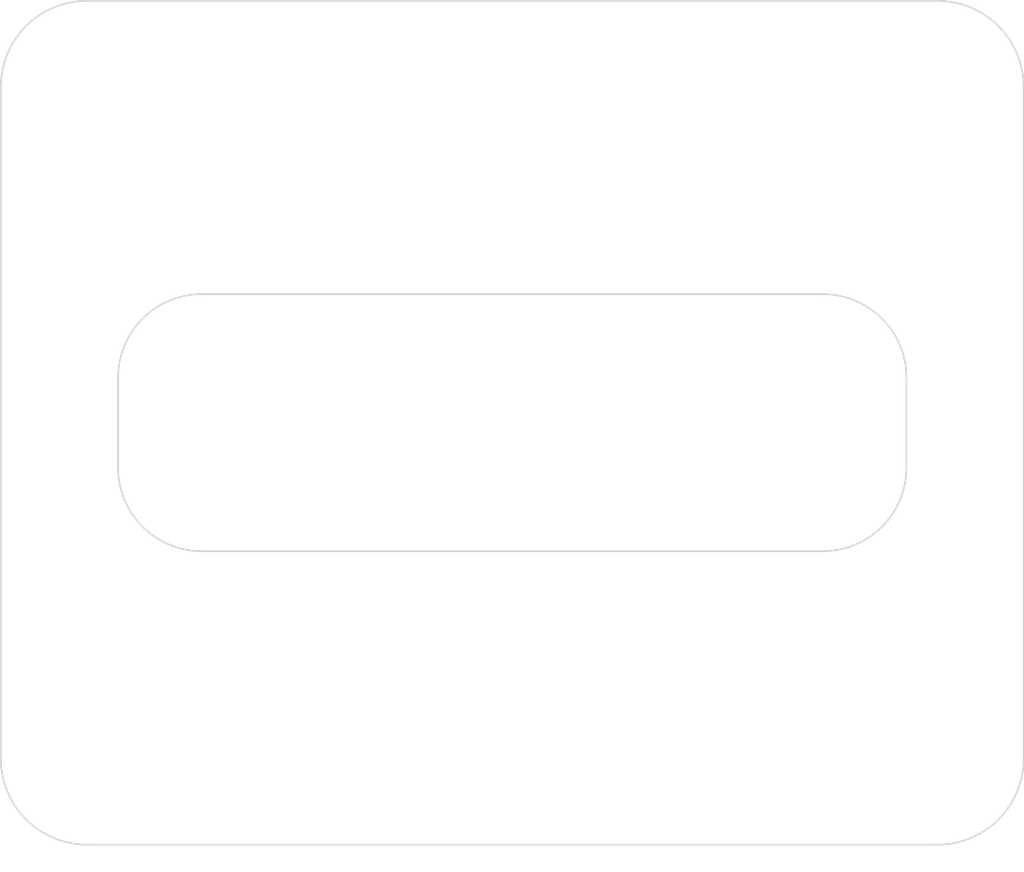
<source format=kicad_pcb>
(kicad_pcb (version 20171130) (host pcbnew "(5.1.0)-1")

  (general
    (thickness 1.6)
    (drawings 17)
    (tracks 0)
    (zones 0)
    (modules 4)
    (nets 1)
  )

  (page A4)
  (layers
    (0 F.Cu signal)
    (31 B.Cu signal)
    (32 B.Adhes user)
    (33 F.Adhes user)
    (34 B.Paste user)
    (35 F.Paste user)
    (36 B.SilkS user)
    (37 F.SilkS user)
    (38 B.Mask user)
    (39 F.Mask user)
    (40 Dwgs.User user)
    (41 Cmts.User user)
    (42 Eco1.User user)
    (43 Eco2.User user)
    (44 Edge.Cuts user)
    (45 Margin user)
    (46 B.CrtYd user)
    (47 F.CrtYd user)
    (48 B.Fab user)
    (49 F.Fab user)
  )

  (setup
    (last_trace_width 0.25)
    (trace_clearance 0.2)
    (zone_clearance 0.508)
    (zone_45_only no)
    (trace_min 0.2)
    (via_size 0.8)
    (via_drill 0.4)
    (via_min_size 0.4)
    (via_min_drill 0.3)
    (uvia_size 0.3)
    (uvia_drill 0.1)
    (uvias_allowed no)
    (uvia_min_size 0.2)
    (uvia_min_drill 0.1)
    (edge_width 0.05)
    (segment_width 0.2)
    (pcb_text_width 0.3)
    (pcb_text_size 1.5 1.5)
    (mod_edge_width 0.12)
    (mod_text_size 1 1)
    (mod_text_width 0.15)
    (pad_size 1.524 1.524)
    (pad_drill 0.762)
    (pad_to_mask_clearance 0.051)
    (solder_mask_min_width 0.25)
    (aux_axis_origin 0 0)
    (visible_elements 7FFFFFFF)
    (pcbplotparams
      (layerselection 0x010fc_ffffffff)
      (usegerberextensions true)
      (usegerberattributes false)
      (usegerberadvancedattributes false)
      (creategerberjobfile false)
      (excludeedgelayer true)
      (linewidth 0.100000)
      (plotframeref false)
      (viasonmask false)
      (mode 1)
      (useauxorigin false)
      (hpglpennumber 1)
      (hpglpenspeed 20)
      (hpglpendiameter 15.000000)
      (psnegative false)
      (psa4output false)
      (plotreference true)
      (plotvalue true)
      (plotinvisibletext false)
      (padsonsilk false)
      (subtractmaskfromsilk false)
      (outputformat 1)
      (mirror false)
      (drillshape 0)
      (scaleselection 1)
      (outputdirectory "Gerbers/"))
  )

  (net 0 "")

  (net_class Default "This is the default net class."
    (clearance 0.2)
    (trace_width 0.25)
    (via_dia 0.8)
    (via_drill 0.4)
    (uvia_dia 0.3)
    (uvia_drill 0.1)
  )

  (module MountingHole:MountingHole_3.2mm_M3 (layer F.Cu) (tedit 5D388A28) (tstamp 5D38DB17)
    (at 166.16655 54.27)
    (descr "Mounting Hole 3.2mm, no annular, M3")
    (tags "mounting hole 3.2mm no annular m3")
    (attr virtual)
    (fp_text reference " " (at 0 -4.2) (layer F.SilkS) hide
      (effects (font (size 1 1) (thickness 0.15)))
    )
    (fp_text value " " (at 0 4.2) (layer F.Fab)
      (effects (font (size 1 1) (thickness 0.15)))
    )
    (fp_text user %R (at 0.3 0) (layer F.Fab)
      (effects (font (size 1 1) (thickness 0.15)))
    )
    (fp_circle (center 0 0) (end 1.7 0.1) (layer Cmts.User) (width 0.15))
    (fp_circle (center 0 0) (end 1.8 0) (layer F.CrtYd) (width 0.05))
    (pad 1 np_thru_hole circle (at 0 0) (size 3.2 3.2) (drill 3.2) (layers *.Cu *.Mask))
  )

  (module MountingHole:MountingHole_3.2mm_M3 (layer F.Cu) (tedit 5D388A28) (tstamp 5D38DB09)
    (at 143.83345 54.27)
    (descr "Mounting Hole 3.2mm, no annular, M3")
    (tags "mounting hole 3.2mm no annular m3")
    (attr virtual)
    (fp_text reference " " (at 0 -4.2) (layer F.SilkS) hide
      (effects (font (size 1 1) (thickness 0.15)))
    )
    (fp_text value " " (at 0 4.2) (layer F.Fab)
      (effects (font (size 1 1) (thickness 0.15)))
    )
    (fp_circle (center 0 0) (end 1.8 0) (layer F.CrtYd) (width 0.05))
    (fp_circle (center 0 0) (end 1.7 0.1) (layer Cmts.User) (width 0.15))
    (fp_text user %R (at 0.3 0) (layer F.Fab)
      (effects (font (size 1 1) (thickness 0.15)))
    )
    (pad 1 np_thru_hole circle (at 0 0) (size 3.2 3.2) (drill 3.2) (layers *.Cu *.Mask))
  )

  (module MountingHole:MountingHole_3.2mm_M3 (layer F.Cu) (tedit 5D388A28) (tstamp 5D38DAFB)
    (at 143.83345 70.73)
    (descr "Mounting Hole 3.2mm, no annular, M3")
    (tags "mounting hole 3.2mm no annular m3")
    (attr virtual)
    (fp_text reference " " (at 0 -4.2) (layer F.SilkS) hide
      (effects (font (size 1 1) (thickness 0.15)))
    )
    (fp_text value " " (at 0 4.2) (layer F.Fab)
      (effects (font (size 1 1) (thickness 0.15)))
    )
    (fp_text user %R (at 0.3 0) (layer F.Fab)
      (effects (font (size 1 1) (thickness 0.15)))
    )
    (fp_circle (center 0 0) (end 1.7 0.1) (layer Cmts.User) (width 0.15))
    (fp_circle (center 0 0) (end 1.8 0) (layer F.CrtYd) (width 0.05))
    (pad 1 np_thru_hole circle (at 0 0) (size 3.2 3.2) (drill 3.2) (layers *.Cu *.Mask))
  )

  (module MountingHole:MountingHole_3.2mm_M3 (layer F.Cu) (tedit 5D388A28) (tstamp 5D38DA73)
    (at 166.16655 70.73)
    (descr "Mounting Hole 3.2mm, no annular, M3")
    (tags "mounting hole 3.2mm no annular m3")
    (attr virtual)
    (fp_text reference " " (at 0 -4.2) (layer F.SilkS) hide
      (effects (font (size 1 1) (thickness 0.15)))
    )
    (fp_text value " " (at 0 4.2) (layer F.Fab)
      (effects (font (size 1 1) (thickness 0.15)))
    )
    (fp_circle (center 0 0) (end 1.8 0) (layer F.CrtYd) (width 0.05))
    (fp_circle (center 0 0) (end 1.7 0.1) (layer Cmts.User) (width 0.15))
    (fp_text user %R (at 0.3 0) (layer F.Fab)
      (effects (font (size 1 1) (thickness 0.15)))
    )
    (pad 1 np_thru_hole circle (at 0 0) (size 3.2 3.2) (drill 3.2) (layers *.Cu *.Mask))
  )

  (gr_arc (start 145.83947 63.82553) (end 143.375 63.82553) (angle -90) (layer Edge.Cuts) (width 0.05) (tstamp 5D38DBD6))
  (gr_arc (start 164.16053 63.82553) (end 164.16053 66.29) (angle -90) (layer Edge.Cuts) (width 0.05) (tstamp 5D38DBD0))
  (gr_arc (start 164.16053 61.16947) (end 166.625 61.16947) (angle -90) (layer Edge.Cuts) (width 0.05) (tstamp 5D38DBCC))
  (gr_arc (start 145.83947 61.16947) (end 145.83947 58.705) (angle -90) (layer Edge.Cuts) (width 0.05))
  (gr_line (start 166.625 61.16947) (end 166.625 63.82553) (layer Edge.Cuts) (width 0.05) (tstamp 5D374E4F))
  (gr_line (start 143.375 63.82553) (end 143.375 61.16947) (layer Edge.Cuts) (width 0.05) (tstamp 5D374E49))
  (gr_line (start 145.83947 66.29) (end 164.16053 66.29) (layer Edge.Cuts) (width 0.05) (tstamp 5D374E37))
  (gr_line (start 145.83947 58.705) (end 164.16053 58.705) (layer Edge.Cuts) (width 0.05))
  (gr_line (start 170.0831 52.59) (end 170.0831 72.41) (layer Edge.Cuts) (width 0.05) (tstamp 5D2D841A))
  (gr_line (start 142.4569 50.05) (end 167.5431 50.05) (layer Edge.Cuts) (width 0.05) (tstamp 5D2D8419))
  (gr_line (start 139.9169 71.95) (end 139.9169 52.59) (layer Edge.Cuts) (width 0.05) (tstamp 5D2D8418))
  (gr_arc (start 142.4569 52.59) (end 139.9169 52.59) (angle 90) (layer Edge.Cuts) (width 0.05) (tstamp 5D2D8415))
  (gr_arc (start 167.5431 52.59) (end 167.5431 50.05) (angle 90) (layer Edge.Cuts) (width 0.05) (tstamp 5D2D8411))
  (gr_arc (start 167.5431 72.41) (end 170.0831 72.41) (angle 90) (layer Edge.Cuts) (width 0.05) (tstamp 5D2D840B))
  (gr_arc (start 142.4569 72.41) (end 142.4569 74.95) (angle 90) (layer Edge.Cuts) (width 0.05))
  (gr_line (start 139.9169 72.41) (end 139.9169 71.95) (layer Edge.Cuts) (width 0.05))
  (gr_line (start 167.5431 74.95) (end 142.4569 74.95) (layer Edge.Cuts) (width 0.05))

)

</source>
